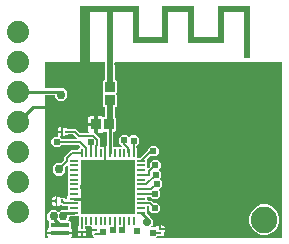
<source format=gbr>
G04 EAGLE Gerber X2 export*
%TF.Part,Single*%
%TF.FileFunction,Copper,L1,Top,Mixed*%
%TF.FilePolarity,Positive*%
%TF.GenerationSoftware,Autodesk,EAGLE,9.0.0*%
%TF.CreationDate,2018-06-20T01:15:49Z*%
G75*
%MOMM*%
%FSLAX34Y34*%
%LPD*%
%AMOC8*
5,1,8,0,0,1.08239X$1,22.5*%
G01*
%ADD10R,0.254000X0.177800*%
%ADD11R,0.850000X0.900000*%
%ADD12R,0.177800X0.254000*%
%ADD13R,0.250000X0.300000*%
%ADD14R,1.600000X0.350000*%
%ADD15C,1.879600*%
%ADD16R,0.900000X0.850000*%
%ADD17R,0.230000X0.680000*%
%ADD18R,4.600000X4.600000*%
%ADD19R,0.680000X0.230000*%
%ADD20R,0.900000X0.500000*%
%ADD21R,0.500000X0.500000*%
%ADD22C,0.152400*%
%ADD23C,0.609600*%
%ADD24C,0.254000*%
%ADD25C,0.517000*%
%ADD26C,0.660400*%
%ADD27C,0.203200*%
%ADD28C,2.250000*%
%ADD29C,0.756400*%
%ADD30C,0.706400*%

G36*
X199336Y-758D02*
X199336Y-758D01*
X199355Y-760D01*
X199457Y-738D01*
X199559Y-722D01*
X199576Y-712D01*
X199596Y-708D01*
X199685Y-655D01*
X199776Y-606D01*
X199790Y-592D01*
X199807Y-582D01*
X199874Y-503D01*
X199946Y-428D01*
X199954Y-410D01*
X199967Y-395D01*
X200006Y-299D01*
X200049Y-205D01*
X200051Y-185D01*
X200059Y-167D01*
X200077Y0D01*
X200077Y147500D01*
X200074Y147520D01*
X200076Y147539D01*
X200054Y147641D01*
X200038Y147743D01*
X200028Y147760D01*
X200024Y147780D01*
X199971Y147869D01*
X199922Y147960D01*
X199908Y147974D01*
X199898Y147991D01*
X199819Y148058D01*
X199744Y148130D01*
X199726Y148138D01*
X199711Y148151D01*
X199615Y148190D01*
X199521Y148233D01*
X199501Y148235D01*
X199483Y148243D01*
X199316Y148261D01*
X58786Y148261D01*
X58766Y148258D01*
X58747Y148260D01*
X58645Y148238D01*
X58543Y148222D01*
X58526Y148212D01*
X58506Y148208D01*
X58417Y148155D01*
X58326Y148106D01*
X58312Y148092D01*
X58295Y148082D01*
X58228Y148003D01*
X58156Y147928D01*
X58148Y147910D01*
X58135Y147895D01*
X58096Y147799D01*
X58053Y147705D01*
X58051Y147685D01*
X58043Y147667D01*
X58025Y147500D01*
X58025Y146603D01*
X58039Y146513D01*
X58047Y146422D01*
X58059Y146392D01*
X58064Y146360D01*
X58107Y146279D01*
X58143Y146195D01*
X58169Y146163D01*
X58180Y146143D01*
X58201Y146122D01*
X58201Y134088D01*
X58204Y134068D01*
X58202Y134048D01*
X58224Y133947D01*
X58241Y133845D01*
X58250Y133827D01*
X58254Y133808D01*
X58308Y133719D01*
X58356Y133628D01*
X58370Y133614D01*
X58381Y133597D01*
X58459Y133529D01*
X58534Y133458D01*
X58552Y133450D01*
X58568Y133437D01*
X58664Y133398D01*
X58757Y133355D01*
X58777Y133352D01*
X58796Y133345D01*
X58962Y133327D01*
X59223Y133327D01*
X60116Y132433D01*
X60116Y122670D01*
X59736Y122290D01*
X59724Y122274D01*
X59709Y122261D01*
X59653Y122174D01*
X59593Y122090D01*
X59587Y122071D01*
X59576Y122054D01*
X59551Y121954D01*
X59520Y121855D01*
X59521Y121835D01*
X59516Y121816D01*
X59524Y121713D01*
X59527Y121609D01*
X59533Y121591D01*
X59535Y121571D01*
X59575Y121476D01*
X59611Y121378D01*
X59623Y121363D01*
X59631Y121344D01*
X59736Y121213D01*
X60116Y120833D01*
X60116Y111070D01*
X59223Y110177D01*
X58962Y110177D01*
X58943Y110174D01*
X58923Y110176D01*
X58822Y110154D01*
X58720Y110137D01*
X58702Y110128D01*
X58683Y110124D01*
X58594Y110071D01*
X58502Y110022D01*
X58489Y110008D01*
X58472Y109998D01*
X58404Y109919D01*
X58333Y109844D01*
X58325Y109826D01*
X58312Y109811D01*
X58273Y109714D01*
X58229Y109621D01*
X58227Y109601D01*
X58220Y109583D01*
X58201Y109416D01*
X58201Y102349D01*
X58204Y102329D01*
X58202Y102310D01*
X58224Y102208D01*
X58241Y102106D01*
X58250Y102089D01*
X58254Y102069D01*
X58308Y101980D01*
X58356Y101889D01*
X58370Y101875D01*
X58381Y101858D01*
X58459Y101791D01*
X58534Y101720D01*
X58552Y101711D01*
X58568Y101698D01*
X58579Y101694D01*
X59578Y100695D01*
X59578Y90432D01*
X58685Y89538D01*
X57922Y89538D01*
X57902Y89535D01*
X57883Y89537D01*
X57781Y89515D01*
X57679Y89499D01*
X57662Y89489D01*
X57642Y89485D01*
X57553Y89432D01*
X57462Y89384D01*
X57448Y89369D01*
X57431Y89359D01*
X57364Y89280D01*
X57293Y89205D01*
X57284Y89187D01*
X57271Y89172D01*
X57233Y89076D01*
X57189Y88982D01*
X57187Y88962D01*
X57179Y88944D01*
X57161Y88777D01*
X57161Y77067D01*
X57164Y77047D01*
X57162Y77027D01*
X57184Y76926D01*
X57201Y76824D01*
X57210Y76807D01*
X57214Y76787D01*
X57267Y76698D01*
X57316Y76607D01*
X57330Y76593D01*
X57340Y76576D01*
X57419Y76509D01*
X57494Y76437D01*
X57512Y76429D01*
X57527Y76416D01*
X57624Y76377D01*
X57717Y76334D01*
X57737Y76332D01*
X57755Y76324D01*
X57922Y76306D01*
X63913Y76306D01*
X63983Y76317D01*
X64055Y76319D01*
X64104Y76337D01*
X64155Y76345D01*
X64219Y76379D01*
X64286Y76403D01*
X64327Y76436D01*
X64373Y76460D01*
X64422Y76512D01*
X64478Y76557D01*
X64506Y76601D01*
X64542Y76639D01*
X64572Y76704D01*
X64611Y76764D01*
X64624Y76815D01*
X64646Y76862D01*
X64654Y76933D01*
X64671Y77003D01*
X64667Y77055D01*
X64673Y77106D01*
X64658Y77176D01*
X64652Y77248D01*
X64632Y77296D01*
X64621Y77347D01*
X64584Y77408D01*
X64556Y77474D01*
X64511Y77530D01*
X64494Y77558D01*
X64477Y77573D01*
X64451Y77605D01*
X61923Y80133D01*
X61923Y83921D01*
X64601Y86600D01*
X68390Y86600D01*
X70076Y84914D01*
X70092Y84902D01*
X70105Y84886D01*
X70192Y84830D01*
X70276Y84770D01*
X70295Y84764D01*
X70312Y84753D01*
X70412Y84728D01*
X70511Y84698D01*
X70531Y84698D01*
X70550Y84693D01*
X70653Y84701D01*
X70757Y84704D01*
X70776Y84711D01*
X70795Y84712D01*
X70890Y84753D01*
X70988Y84788D01*
X71003Y84801D01*
X71022Y84809D01*
X71153Y84914D01*
X72492Y86253D01*
X76280Y86253D01*
X78959Y83574D01*
X78959Y79786D01*
X76876Y77703D01*
X76823Y77629D01*
X76763Y77560D01*
X76751Y77530D01*
X76732Y77503D01*
X76706Y77416D01*
X76671Y77332D01*
X76667Y77291D01*
X76660Y77268D01*
X76661Y77236D01*
X76653Y77165D01*
X76653Y76116D01*
X76656Y76100D01*
X76654Y76086D01*
X76668Y76021D01*
X76675Y75935D01*
X76687Y75905D01*
X76693Y75873D01*
X76705Y75849D01*
X76706Y75845D01*
X76716Y75828D01*
X76735Y75792D01*
X76771Y75708D01*
X76797Y75676D01*
X76808Y75656D01*
X76831Y75633D01*
X76876Y75577D01*
X77041Y75412D01*
X77041Y68217D01*
X77044Y68197D01*
X77042Y68177D01*
X77064Y68076D01*
X77081Y67974D01*
X77090Y67957D01*
X77094Y67937D01*
X77147Y67848D01*
X77196Y67757D01*
X77210Y67743D01*
X77220Y67726D01*
X77299Y67659D01*
X77374Y67587D01*
X77392Y67579D01*
X77407Y67566D01*
X77504Y67527D01*
X77597Y67484D01*
X77617Y67482D01*
X77635Y67474D01*
X77802Y67456D01*
X80092Y67456D01*
X80182Y67470D01*
X80273Y67477D01*
X80302Y67490D01*
X80334Y67495D01*
X80415Y67538D01*
X80499Y67574D01*
X80531Y67599D01*
X80552Y67610D01*
X80574Y67634D01*
X80630Y67679D01*
X86171Y73219D01*
X86224Y73293D01*
X86283Y73363D01*
X86295Y73393D01*
X86314Y73419D01*
X86341Y73506D01*
X86375Y73591D01*
X86380Y73632D01*
X86386Y73654D01*
X86386Y73686D01*
X86394Y73757D01*
X86394Y74892D01*
X89072Y77570D01*
X92860Y77570D01*
X95539Y74892D01*
X95539Y71104D01*
X92860Y68425D01*
X89072Y68425D01*
X88996Y68501D01*
X88980Y68512D01*
X88968Y68528D01*
X88880Y68584D01*
X88797Y68644D01*
X88778Y68650D01*
X88761Y68661D01*
X88660Y68686D01*
X88562Y68717D01*
X88542Y68716D01*
X88522Y68721D01*
X88419Y68713D01*
X88316Y68710D01*
X88297Y68703D01*
X88277Y68702D01*
X88182Y68661D01*
X88085Y68626D01*
X88069Y68613D01*
X88051Y68605D01*
X87920Y68501D01*
X86114Y66695D01*
X86061Y66621D01*
X86001Y66551D01*
X85989Y66521D01*
X85970Y66495D01*
X85944Y66408D01*
X85909Y66323D01*
X85905Y66282D01*
X85898Y66260D01*
X85899Y66228D01*
X85891Y66156D01*
X85891Y59569D01*
X85902Y59499D01*
X85904Y59427D01*
X85922Y59378D01*
X85931Y59327D01*
X85964Y59263D01*
X85989Y59196D01*
X86021Y59155D01*
X86046Y59109D01*
X86098Y59060D01*
X86143Y59004D01*
X86186Y58976D01*
X86224Y58940D01*
X86289Y58910D01*
X86349Y58871D01*
X86400Y58858D01*
X86447Y58836D01*
X86518Y58828D01*
X86588Y58811D01*
X86640Y58815D01*
X86692Y58809D01*
X86762Y58824D01*
X86833Y58830D01*
X86881Y58850D01*
X86932Y58861D01*
X86994Y58898D01*
X87060Y58926D01*
X87116Y58971D01*
X87143Y58988D01*
X87158Y59005D01*
X87190Y59031D01*
X87819Y59660D01*
X87873Y59734D01*
X87932Y59803D01*
X87944Y59833D01*
X87963Y59860D01*
X87990Y59947D01*
X88024Y60032D01*
X88028Y60073D01*
X88035Y60095D01*
X88034Y60127D01*
X88042Y60198D01*
X88042Y63116D01*
X90721Y65794D01*
X94509Y65794D01*
X97188Y63116D01*
X97188Y59328D01*
X95848Y57988D01*
X95837Y57972D01*
X95821Y57960D01*
X95765Y57872D01*
X95705Y57789D01*
X95699Y57770D01*
X95688Y57753D01*
X95663Y57652D01*
X95632Y57553D01*
X95633Y57534D01*
X95628Y57514D01*
X95636Y57411D01*
X95639Y57308D01*
X95646Y57289D01*
X95647Y57269D01*
X95688Y57174D01*
X95723Y57077D01*
X95736Y57061D01*
X95744Y57043D01*
X95848Y56912D01*
X97775Y54985D01*
X97775Y51197D01*
X96638Y50060D01*
X96627Y50044D01*
X96611Y50031D01*
X96555Y49944D01*
X96495Y49860D01*
X96489Y49841D01*
X96478Y49824D01*
X96453Y49724D01*
X96422Y49625D01*
X96423Y49605D01*
X96418Y49586D01*
X96426Y49483D01*
X96429Y49379D01*
X96436Y49360D01*
X96437Y49341D01*
X96478Y49246D01*
X96513Y49148D01*
X96526Y49133D01*
X96534Y49114D01*
X96638Y48983D01*
X98257Y47365D01*
X98257Y43577D01*
X95629Y40949D01*
X95617Y40933D01*
X95602Y40920D01*
X95546Y40833D01*
X95485Y40749D01*
X95480Y40730D01*
X95469Y40713D01*
X95443Y40613D01*
X95413Y40514D01*
X95414Y40494D01*
X95409Y40475D01*
X95417Y40372D01*
X95419Y40268D01*
X95426Y40249D01*
X95428Y40229D01*
X95468Y40134D01*
X95504Y40037D01*
X95516Y40021D01*
X95524Y40003D01*
X95629Y39872D01*
X96968Y38533D01*
X96968Y34745D01*
X94290Y32066D01*
X90501Y32066D01*
X88438Y34129D01*
X88364Y34182D01*
X88295Y34242D01*
X88265Y34254D01*
X88239Y34273D01*
X88152Y34299D01*
X88067Y34333D01*
X88026Y34338D01*
X88004Y34345D01*
X87971Y34344D01*
X87900Y34352D01*
X86652Y34352D01*
X86632Y34349D01*
X86613Y34351D01*
X86511Y34329D01*
X86409Y34312D01*
X86392Y34303D01*
X86372Y34299D01*
X86283Y34245D01*
X86192Y34197D01*
X86178Y34183D01*
X86161Y34172D01*
X86094Y34094D01*
X86023Y34019D01*
X86014Y34001D01*
X86001Y33986D01*
X85963Y33889D01*
X85919Y33796D01*
X85917Y33776D01*
X85909Y33757D01*
X85891Y33591D01*
X85891Y31829D01*
X85894Y31809D01*
X85892Y31789D01*
X85914Y31688D01*
X85931Y31586D01*
X85940Y31569D01*
X85944Y31549D01*
X85997Y31460D01*
X86046Y31369D01*
X86060Y31355D01*
X86070Y31338D01*
X86149Y31271D01*
X86224Y31199D01*
X86242Y31191D01*
X86257Y31178D01*
X86354Y31139D01*
X86447Y31096D01*
X86467Y31094D01*
X86485Y31086D01*
X86652Y31068D01*
X89091Y31068D01*
X90521Y29637D01*
X90595Y29584D01*
X90665Y29524D01*
X90695Y29512D01*
X90721Y29493D01*
X90808Y29466D01*
X90893Y29432D01*
X90934Y29428D01*
X90956Y29421D01*
X90988Y29422D01*
X91060Y29414D01*
X93977Y29414D01*
X96656Y26735D01*
X96656Y22947D01*
X93977Y20268D01*
X90189Y20268D01*
X87510Y22947D01*
X87510Y25733D01*
X87507Y25753D01*
X87509Y25772D01*
X87487Y25874D01*
X87471Y25976D01*
X87461Y25993D01*
X87457Y26013D01*
X87404Y26102D01*
X87356Y26193D01*
X87341Y26207D01*
X87331Y26224D01*
X87252Y26291D01*
X87177Y26362D01*
X87159Y26371D01*
X87144Y26384D01*
X87048Y26422D01*
X86954Y26466D01*
X86934Y26468D01*
X86916Y26476D01*
X86749Y26494D01*
X86652Y26494D01*
X86632Y26491D01*
X86613Y26493D01*
X86511Y26471D01*
X86409Y26454D01*
X86392Y26445D01*
X86372Y26441D01*
X86283Y26388D01*
X86192Y26339D01*
X86178Y26325D01*
X86161Y26315D01*
X86094Y26236D01*
X86023Y26161D01*
X86014Y26143D01*
X86001Y26128D01*
X85963Y26032D01*
X85919Y25938D01*
X85917Y25918D01*
X85909Y25900D01*
X85891Y25733D01*
X85891Y20124D01*
X85906Y20034D01*
X85913Y19943D01*
X85925Y19913D01*
X85931Y19881D01*
X85973Y19800D01*
X86009Y19716D01*
X86035Y19684D01*
X86046Y19664D01*
X86069Y19641D01*
X86114Y19586D01*
X88288Y17411D01*
X88288Y17368D01*
X88303Y17278D01*
X88310Y17187D01*
X88322Y17157D01*
X88328Y17125D01*
X88370Y17045D01*
X88406Y16961D01*
X88432Y16929D01*
X88443Y16908D01*
X88466Y16886D01*
X88511Y16830D01*
X90550Y14791D01*
X90550Y10602D01*
X89643Y9694D01*
X89601Y9636D01*
X89551Y9584D01*
X89529Y9537D01*
X89499Y9495D01*
X89478Y9426D01*
X89448Y9361D01*
X89442Y9309D01*
X89427Y9259D01*
X89429Y9188D01*
X89421Y9117D01*
X89432Y9066D01*
X89433Y9014D01*
X89458Y8946D01*
X89473Y8876D01*
X89500Y8832D01*
X89517Y8783D01*
X89562Y8727D01*
X89599Y8665D01*
X89639Y8631D01*
X89671Y8591D01*
X89731Y8552D01*
X89786Y8505D01*
X89834Y8486D01*
X89878Y8458D01*
X89948Y8440D01*
X90014Y8413D01*
X90085Y8405D01*
X90117Y8397D01*
X90140Y8399D01*
X90181Y8395D01*
X92736Y8395D01*
X92802Y8406D01*
X92870Y8407D01*
X92923Y8425D01*
X92979Y8435D01*
X93038Y8466D01*
X93102Y8489D01*
X93146Y8523D01*
X93196Y8550D01*
X93242Y8599D01*
X93296Y8640D01*
X93343Y8704D01*
X93365Y8728D01*
X93374Y8747D01*
X93395Y8775D01*
X93616Y9157D01*
X94089Y9630D01*
X94668Y9965D01*
X95314Y10138D01*
X96157Y10138D01*
X96157Y6709D01*
X96160Y6689D01*
X96158Y6669D01*
X96180Y6568D01*
X96197Y6466D01*
X96206Y6448D01*
X96211Y6429D01*
X96264Y6340D01*
X96312Y6249D01*
X96313Y6248D01*
X96327Y6235D01*
X96337Y6218D01*
X96337Y6217D01*
X96416Y6150D01*
X96491Y6079D01*
X96509Y6070D01*
X96524Y6057D01*
X96620Y6019D01*
X96714Y5975D01*
X96734Y5973D01*
X96752Y5965D01*
X96919Y5947D01*
X100729Y5947D01*
X100729Y5485D01*
X100556Y4839D01*
X100222Y4259D01*
X99936Y3974D01*
X99883Y3900D01*
X99824Y3830D01*
X99812Y3800D01*
X99793Y3774D01*
X99766Y3687D01*
X99732Y3602D01*
X99727Y3561D01*
X99720Y3539D01*
X99721Y3507D01*
X99713Y3436D01*
X99713Y1886D01*
X98820Y993D01*
X94958Y993D01*
X94943Y997D01*
X94926Y1008D01*
X94826Y1033D01*
X94727Y1064D01*
X94707Y1063D01*
X94688Y1068D01*
X94585Y1060D01*
X94481Y1057D01*
X94462Y1051D01*
X94443Y1049D01*
X94348Y1009D01*
X94250Y973D01*
X94234Y960D01*
X94216Y953D01*
X94085Y848D01*
X93776Y538D01*
X93734Y480D01*
X93684Y428D01*
X93662Y381D01*
X93632Y339D01*
X93611Y270D01*
X93581Y205D01*
X93575Y153D01*
X93560Y103D01*
X93562Y32D01*
X93554Y-39D01*
X93565Y-90D01*
X93566Y-142D01*
X93591Y-210D01*
X93606Y-280D01*
X93633Y-324D01*
X93651Y-373D01*
X93695Y-429D01*
X93732Y-491D01*
X93772Y-525D01*
X93804Y-565D01*
X93865Y-604D01*
X93919Y-651D01*
X93967Y-670D01*
X94011Y-698D01*
X94081Y-716D01*
X94147Y-743D01*
X94219Y-751D01*
X94250Y-759D01*
X94273Y-757D01*
X94314Y-761D01*
X199316Y-761D01*
X199336Y-758D01*
G37*
G36*
X1269Y-750D02*
X1269Y-750D01*
X1341Y-748D01*
X1390Y-730D01*
X1441Y-722D01*
X1505Y-688D01*
X1572Y-663D01*
X1613Y-631D01*
X1659Y-606D01*
X1708Y-554D01*
X1764Y-509D01*
X1792Y-466D01*
X1828Y-428D01*
X1858Y-363D01*
X1897Y-303D01*
X1910Y-252D01*
X1932Y-205D01*
X1940Y-134D01*
X1957Y-64D01*
X1953Y-12D01*
X1959Y39D01*
X1944Y110D01*
X1938Y181D01*
X1918Y229D01*
X1907Y280D01*
X1870Y342D01*
X1842Y408D01*
X1797Y463D01*
X1780Y491D01*
X1766Y504D01*
X1423Y1097D01*
X1250Y1743D01*
X1250Y2953D01*
X11677Y2953D01*
X11697Y2957D01*
X11717Y2954D01*
X11777Y2967D01*
X11904Y2953D01*
X22331Y2953D01*
X22331Y1743D01*
X22158Y1097D01*
X21801Y479D01*
X21753Y428D01*
X21731Y381D01*
X21701Y339D01*
X21680Y270D01*
X21649Y205D01*
X21644Y153D01*
X21628Y104D01*
X21630Y32D01*
X21622Y-39D01*
X21633Y-90D01*
X21635Y-142D01*
X21659Y-210D01*
X21675Y-280D01*
X21701Y-325D01*
X21719Y-373D01*
X21764Y-429D01*
X21801Y-491D01*
X21840Y-525D01*
X21873Y-565D01*
X21933Y-604D01*
X21988Y-651D01*
X22036Y-670D01*
X22080Y-698D01*
X22149Y-716D01*
X22216Y-743D01*
X22287Y-751D01*
X22318Y-759D01*
X22342Y-757D01*
X22383Y-761D01*
X39804Y-761D01*
X39875Y-750D01*
X39947Y-748D01*
X39996Y-730D01*
X40047Y-722D01*
X40111Y-688D01*
X40178Y-663D01*
X40219Y-631D01*
X40265Y-606D01*
X40314Y-554D01*
X40370Y-510D01*
X40398Y-466D01*
X40434Y-428D01*
X40464Y-363D01*
X40503Y-303D01*
X40516Y-252D01*
X40538Y-205D01*
X40545Y-134D01*
X40563Y-64D01*
X40559Y-12D01*
X40565Y39D01*
X40549Y110D01*
X40544Y181D01*
X40523Y229D01*
X40512Y280D01*
X40476Y341D01*
X40448Y407D01*
X40403Y463D01*
X40386Y491D01*
X40368Y506D01*
X40343Y538D01*
X39542Y1339D01*
X39542Y1444D01*
X39527Y1534D01*
X39520Y1625D01*
X39508Y1654D01*
X39502Y1686D01*
X39460Y1767D01*
X39424Y1851D01*
X39398Y1883D01*
X39387Y1904D01*
X39364Y1926D01*
X39319Y1982D01*
X39282Y2019D01*
X39265Y2079D01*
X39252Y2158D01*
X39232Y2196D01*
X39220Y2238D01*
X39188Y2290D01*
X39284Y3044D01*
X39284Y3060D01*
X39288Y3076D01*
X39280Y3183D01*
X39276Y3290D01*
X39270Y3305D01*
X39269Y3321D01*
X39227Y3420D01*
X39189Y3520D01*
X39179Y3533D01*
X39172Y3548D01*
X39068Y3679D01*
X39034Y3712D01*
X38699Y4292D01*
X38526Y4938D01*
X38526Y5400D01*
X42337Y5400D01*
X42356Y5403D01*
X42376Y5401D01*
X42477Y5423D01*
X42579Y5440D01*
X42597Y5449D01*
X42616Y5453D01*
X42705Y5506D01*
X42797Y5555D01*
X42810Y5569D01*
X42827Y5579D01*
X42895Y5658D01*
X42966Y5733D01*
X42974Y5751D01*
X42987Y5766D01*
X43026Y5863D01*
X43070Y5956D01*
X43072Y5976D01*
X43079Y5995D01*
X43098Y6161D01*
X43098Y6162D01*
X43095Y6181D01*
X43097Y6201D01*
X43075Y6302D01*
X43058Y6404D01*
X43049Y6422D01*
X43045Y6441D01*
X42991Y6530D01*
X42943Y6622D01*
X42929Y6635D01*
X42918Y6652D01*
X42840Y6720D01*
X42765Y6791D01*
X42747Y6799D01*
X42731Y6812D01*
X42635Y6851D01*
X42542Y6895D01*
X42522Y6897D01*
X42503Y6904D01*
X42337Y6923D01*
X38526Y6923D01*
X38526Y7385D01*
X38699Y8031D01*
X38747Y8114D01*
X38781Y8203D01*
X38821Y8290D01*
X38824Y8318D01*
X38834Y8344D01*
X38838Y8440D01*
X38848Y8534D01*
X38842Y8562D01*
X38843Y8590D01*
X38816Y8681D01*
X38796Y8775D01*
X38782Y8799D01*
X38774Y8826D01*
X38719Y8904D01*
X38670Y8986D01*
X38648Y9004D01*
X38632Y9027D01*
X38555Y9084D01*
X38483Y9146D01*
X38457Y9156D01*
X38434Y9173D01*
X38343Y9202D01*
X38255Y9238D01*
X38219Y9242D01*
X38200Y9248D01*
X38167Y9247D01*
X38088Y9256D01*
X33847Y9256D01*
X33827Y9253D01*
X33807Y9255D01*
X33706Y9233D01*
X33604Y9216D01*
X33586Y9207D01*
X33567Y9203D01*
X33478Y9150D01*
X33387Y9101D01*
X33373Y9087D01*
X33356Y9077D01*
X33288Y8998D01*
X33217Y8923D01*
X33209Y8905D01*
X33196Y8890D01*
X33157Y8794D01*
X33114Y8700D01*
X33111Y8680D01*
X33104Y8662D01*
X33085Y8495D01*
X33085Y7674D01*
X33100Y7584D01*
X33107Y7493D01*
X33120Y7463D01*
X33125Y7431D01*
X33168Y7350D01*
X33204Y7267D01*
X33229Y7234D01*
X33240Y7214D01*
X33264Y7192D01*
X33308Y7136D01*
X33594Y6850D01*
X33928Y6271D01*
X34101Y5625D01*
X34101Y5163D01*
X30291Y5163D01*
X30291Y5162D01*
X30290Y5163D01*
X26480Y5163D01*
X26480Y5625D01*
X26653Y6271D01*
X26988Y6850D01*
X27273Y7136D01*
X27326Y7210D01*
X27386Y7279D01*
X27398Y7309D01*
X27417Y7335D01*
X27443Y7422D01*
X27478Y7507D01*
X27482Y7548D01*
X27489Y7570D01*
X27488Y7603D01*
X27496Y7674D01*
X27496Y9224D01*
X27518Y9246D01*
X27530Y9262D01*
X27545Y9275D01*
X27601Y9362D01*
X27662Y9446D01*
X27668Y9465D01*
X27678Y9481D01*
X27704Y9582D01*
X27734Y9681D01*
X27734Y9701D01*
X27738Y9720D01*
X27730Y9823D01*
X27728Y9927D01*
X27721Y9945D01*
X27719Y9965D01*
X27691Y10031D01*
X27691Y17345D01*
X27688Y17365D01*
X27690Y17384D01*
X27668Y17486D01*
X27652Y17588D01*
X27642Y17605D01*
X27638Y17625D01*
X27585Y17714D01*
X27537Y17805D01*
X27522Y17819D01*
X27512Y17836D01*
X27433Y17903D01*
X27358Y17974D01*
X27340Y17983D01*
X27325Y17996D01*
X27229Y18034D01*
X27135Y18078D01*
X27115Y18080D01*
X27097Y18088D01*
X26930Y18106D01*
X25403Y18106D01*
X25304Y18090D01*
X25205Y18080D01*
X25183Y18070D01*
X25160Y18066D01*
X25072Y18020D01*
X25064Y18016D01*
X20701Y17913D01*
X20691Y17911D01*
X20680Y17912D01*
X20570Y17888D01*
X20460Y17867D01*
X20450Y17862D01*
X20440Y17860D01*
X20343Y17802D01*
X20245Y17747D01*
X20238Y17739D01*
X20228Y17734D01*
X20155Y17648D01*
X20080Y17565D01*
X20076Y17555D01*
X20069Y17547D01*
X20026Y17442D01*
X19982Y17339D01*
X19981Y17329D01*
X19977Y17319D01*
X19958Y17152D01*
X19958Y15737D01*
X19123Y14902D01*
X19082Y14844D01*
X19032Y14792D01*
X19010Y14744D01*
X18980Y14702D01*
X18959Y14634D01*
X18929Y14569D01*
X18923Y14517D01*
X18907Y14467D01*
X18909Y14395D01*
X18901Y14324D01*
X18912Y14273D01*
X18914Y14221D01*
X18938Y14154D01*
X18954Y14084D01*
X18980Y14039D01*
X18998Y13990D01*
X19043Y13934D01*
X19080Y13873D01*
X19119Y13839D01*
X19152Y13798D01*
X19212Y13759D01*
X19267Y13713D01*
X19315Y13693D01*
X19359Y13665D01*
X19428Y13648D01*
X19495Y13621D01*
X19566Y13613D01*
X19597Y13605D01*
X19621Y13607D01*
X19662Y13602D01*
X20422Y13602D01*
X21315Y12709D01*
X21315Y7961D01*
X21330Y7871D01*
X21337Y7780D01*
X21350Y7751D01*
X21355Y7719D01*
X21398Y7638D01*
X21433Y7554D01*
X21459Y7522D01*
X21470Y7501D01*
X21494Y7479D01*
X21538Y7423D01*
X21824Y7138D01*
X22158Y6558D01*
X22331Y5912D01*
X22331Y4702D01*
X11904Y4702D01*
X11884Y4699D01*
X11864Y4701D01*
X11804Y4688D01*
X11677Y4702D01*
X1250Y4702D01*
X1250Y5912D01*
X1423Y6558D01*
X1757Y7138D01*
X2043Y7423D01*
X2096Y7497D01*
X2155Y7567D01*
X2168Y7597D01*
X2186Y7623D01*
X2213Y7710D01*
X2247Y7795D01*
X2252Y7836D01*
X2259Y7858D01*
X2258Y7890D01*
X2266Y7961D01*
X2266Y12709D01*
X2594Y13037D01*
X2606Y13054D01*
X2621Y13066D01*
X2677Y13153D01*
X2738Y13237D01*
X2743Y13256D01*
X2754Y13273D01*
X2780Y13373D01*
X2810Y13472D01*
X2809Y13492D01*
X2814Y13511D01*
X2806Y13614D01*
X2804Y13718D01*
X2797Y13737D01*
X2795Y13757D01*
X2755Y13852D01*
X2719Y13949D01*
X2707Y13965D01*
X2699Y13983D01*
X2594Y14114D01*
X1278Y15430D01*
X1278Y19826D01*
X4387Y22935D01*
X8783Y22935D01*
X9926Y21791D01*
X9943Y21780D01*
X9955Y21764D01*
X10042Y21708D01*
X10126Y21648D01*
X10145Y21642D01*
X10162Y21631D01*
X10262Y21606D01*
X10361Y21575D01*
X10381Y21576D01*
X10401Y21571D01*
X10503Y21579D01*
X10607Y21582D01*
X10626Y21589D01*
X10646Y21590D01*
X10741Y21631D01*
X10838Y21666D01*
X10854Y21679D01*
X10872Y21686D01*
X11003Y21791D01*
X12453Y23242D01*
X15675Y23242D01*
X15774Y23258D01*
X15873Y23268D01*
X15894Y23278D01*
X15917Y23281D01*
X16006Y23328D01*
X16097Y23370D01*
X16119Y23388D01*
X16135Y23396D01*
X16157Y23420D01*
X16169Y23430D01*
X17335Y23425D01*
X17343Y23426D01*
X17356Y23425D01*
X18098Y23442D01*
X18109Y23444D01*
X18120Y23443D01*
X18230Y23467D01*
X18340Y23488D01*
X18349Y23493D01*
X18360Y23495D01*
X18457Y23553D01*
X18555Y23608D01*
X18562Y23616D01*
X18571Y23622D01*
X18644Y23707D01*
X18720Y23790D01*
X18724Y23800D01*
X18731Y23809D01*
X18773Y23913D01*
X18818Y24016D01*
X18819Y24027D01*
X18823Y24037D01*
X18841Y24203D01*
X18841Y25733D01*
X18838Y25753D01*
X18840Y25772D01*
X18818Y25874D01*
X18802Y25976D01*
X18792Y25993D01*
X18788Y26013D01*
X18735Y26102D01*
X18687Y26193D01*
X18672Y26207D01*
X18662Y26224D01*
X18583Y26291D01*
X18508Y26362D01*
X18490Y26371D01*
X18475Y26384D01*
X18379Y26422D01*
X18285Y26466D01*
X18265Y26468D01*
X18247Y26476D01*
X18080Y26494D01*
X14780Y26494D01*
X13954Y27320D01*
X13880Y27374D01*
X13810Y27433D01*
X13780Y27445D01*
X13754Y27464D01*
X13667Y27491D01*
X13582Y27525D01*
X13541Y27529D01*
X13519Y27536D01*
X13487Y27536D01*
X13415Y27543D01*
X12574Y27543D01*
X12483Y27529D01*
X12393Y27522D01*
X12363Y27509D01*
X12331Y27504D01*
X12250Y27461D01*
X12166Y27425D01*
X12134Y27400D01*
X12113Y27389D01*
X12091Y27365D01*
X12035Y27320D01*
X11750Y27035D01*
X11171Y26701D01*
X10524Y26527D01*
X9701Y26527D01*
X9701Y30568D01*
X9701Y34609D01*
X10524Y34609D01*
X11171Y34436D01*
X11750Y34101D01*
X12035Y33816D01*
X12109Y33763D01*
X12179Y33703D01*
X12209Y33691D01*
X12235Y33672D01*
X12322Y33646D01*
X12407Y33611D01*
X12448Y33607D01*
X12470Y33600D01*
X12502Y33601D01*
X12574Y33593D01*
X15821Y33593D01*
X16526Y32888D01*
X16584Y32846D01*
X16636Y32797D01*
X16683Y32775D01*
X16726Y32745D01*
X16794Y32724D01*
X16859Y32693D01*
X16911Y32688D01*
X16961Y32672D01*
X17032Y32674D01*
X17104Y32666D01*
X17155Y32677D01*
X17207Y32679D01*
X17274Y32703D01*
X17344Y32719D01*
X17389Y32745D01*
X17438Y32763D01*
X17494Y32808D01*
X17555Y32845D01*
X17589Y32884D01*
X17630Y32917D01*
X17668Y32977D01*
X17715Y33032D01*
X17735Y33080D01*
X17763Y33124D01*
X17780Y33193D01*
X17807Y33260D01*
X17815Y33331D01*
X17823Y33362D01*
X17821Y33386D01*
X17825Y33427D01*
X17825Y34265D01*
X17999Y34912D01*
X18333Y35491D01*
X18618Y35776D01*
X18672Y35850D01*
X18731Y35920D01*
X18743Y35950D01*
X18762Y35976D01*
X18789Y36063D01*
X18823Y36148D01*
X18828Y36189D01*
X18834Y36211D01*
X18834Y36243D01*
X18841Y36315D01*
X18841Y59807D01*
X18830Y59878D01*
X18828Y59950D01*
X18810Y59999D01*
X18802Y60050D01*
X18768Y60114D01*
X18744Y60181D01*
X18711Y60222D01*
X18687Y60268D01*
X18635Y60317D01*
X18590Y60373D01*
X18546Y60401D01*
X18508Y60437D01*
X18443Y60467D01*
X18383Y60506D01*
X18332Y60519D01*
X18285Y60541D01*
X18214Y60548D01*
X18144Y60566D01*
X18092Y60562D01*
X18041Y60568D01*
X17971Y60552D01*
X17899Y60547D01*
X17851Y60527D01*
X17800Y60515D01*
X17739Y60479D01*
X17673Y60451D01*
X17617Y60406D01*
X17589Y60389D01*
X17574Y60371D01*
X17542Y60346D01*
X16530Y59333D01*
X16477Y59259D01*
X16417Y59190D01*
X16405Y59160D01*
X16386Y59134D01*
X16359Y59047D01*
X16325Y58962D01*
X16321Y58921D01*
X16314Y58899D01*
X16315Y58866D01*
X16307Y58795D01*
X16307Y55199D01*
X13198Y52090D01*
X8802Y52090D01*
X5693Y55199D01*
X5693Y59595D01*
X8802Y62704D01*
X12398Y62704D01*
X12488Y62718D01*
X12579Y62726D01*
X12609Y62738D01*
X12641Y62743D01*
X12722Y62786D01*
X12806Y62822D01*
X12838Y62848D01*
X12858Y62858D01*
X12881Y62882D01*
X12937Y62927D01*
X15063Y65053D01*
X15116Y65127D01*
X15175Y65196D01*
X15187Y65226D01*
X15206Y65252D01*
X15233Y65339D01*
X15267Y65424D01*
X15272Y65465D01*
X15278Y65487D01*
X15278Y65520D01*
X15285Y65591D01*
X15285Y68035D01*
X21172Y73922D01*
X26930Y73922D01*
X26950Y73925D01*
X26970Y73923D01*
X27071Y73945D01*
X27173Y73961D01*
X27191Y73971D01*
X27210Y73975D01*
X27299Y74028D01*
X27390Y74076D01*
X27404Y74091D01*
X27421Y74101D01*
X27488Y74180D01*
X27560Y74255D01*
X27568Y74273D01*
X27581Y74288D01*
X27620Y74384D01*
X27663Y74478D01*
X27666Y74498D01*
X27673Y74516D01*
X27691Y74683D01*
X27691Y75412D01*
X28749Y76470D01*
X28761Y76486D01*
X28776Y76499D01*
X28832Y76586D01*
X28893Y76670D01*
X28899Y76689D01*
X28909Y76706D01*
X28935Y76806D01*
X28965Y76905D01*
X28965Y76925D01*
X28969Y76944D01*
X28961Y77047D01*
X28959Y77151D01*
X28952Y77170D01*
X28950Y77189D01*
X28910Y77285D01*
X28874Y77382D01*
X28862Y77397D01*
X28854Y77416D01*
X28749Y77547D01*
X28174Y78122D01*
X28099Y78176D01*
X28030Y78235D01*
X28000Y78247D01*
X27974Y78266D01*
X27887Y78293D01*
X27802Y78327D01*
X27761Y78331D01*
X27739Y78338D01*
X27707Y78337D01*
X27635Y78345D01*
X13807Y78345D01*
X13717Y78331D01*
X13626Y78324D01*
X13596Y78311D01*
X13564Y78306D01*
X13484Y78263D01*
X13400Y78227D01*
X13368Y78202D01*
X13347Y78191D01*
X13325Y78167D01*
X13269Y78122D01*
X11206Y76059D01*
X7418Y76059D01*
X4739Y78738D01*
X4739Y82526D01*
X7418Y85205D01*
X9853Y85205D01*
X9924Y85216D01*
X9995Y85218D01*
X10044Y85236D01*
X10095Y85245D01*
X10159Y85278D01*
X10226Y85303D01*
X10267Y85335D01*
X10313Y85360D01*
X10362Y85412D01*
X10418Y85457D01*
X10446Y85500D01*
X10482Y85538D01*
X10512Y85603D01*
X10551Y85664D01*
X10564Y85714D01*
X10586Y85761D01*
X10594Y85832D01*
X10611Y85902D01*
X10607Y85954D01*
X10613Y86006D01*
X10598Y86076D01*
X10592Y86147D01*
X10572Y86195D01*
X10561Y86246D01*
X10524Y86308D01*
X10496Y86374D01*
X10451Y86429D01*
X10434Y86457D01*
X10419Y86470D01*
X10076Y87064D01*
X9903Y87710D01*
X9903Y88553D01*
X12571Y88553D01*
X12571Y85479D01*
X12553Y85473D01*
X12502Y85464D01*
X12438Y85431D01*
X12371Y85406D01*
X12330Y85374D01*
X12284Y85349D01*
X12235Y85297D01*
X12179Y85252D01*
X12151Y85209D01*
X12115Y85171D01*
X12085Y85106D01*
X12046Y85045D01*
X12033Y84995D01*
X12011Y84948D01*
X12003Y84877D01*
X11986Y84807D01*
X11990Y84755D01*
X11984Y84703D01*
X12000Y84633D01*
X12005Y84562D01*
X12025Y84514D01*
X12037Y84463D01*
X12073Y84401D01*
X12101Y84335D01*
X12146Y84279D01*
X12163Y84252D01*
X12181Y84237D01*
X12206Y84204D01*
X13269Y83142D01*
X13343Y83089D01*
X13412Y83029D01*
X13442Y83017D01*
X13469Y82998D01*
X13556Y82971D01*
X13640Y82937D01*
X13681Y82933D01*
X13704Y82926D01*
X13736Y82927D01*
X13807Y82919D01*
X25756Y82919D01*
X25827Y82930D01*
X25899Y82932D01*
X25948Y82950D01*
X25999Y82959D01*
X26063Y82992D01*
X26130Y83017D01*
X26171Y83049D01*
X26217Y83074D01*
X26266Y83126D01*
X26322Y83170D01*
X26350Y83214D01*
X26386Y83252D01*
X26416Y83317D01*
X26455Y83377D01*
X26468Y83428D01*
X26490Y83475D01*
X26497Y83546D01*
X26515Y83616D01*
X26511Y83668D01*
X26517Y83720D01*
X26501Y83790D01*
X26496Y83861D01*
X26476Y83909D01*
X26464Y83960D01*
X26428Y84022D01*
X26400Y84087D01*
X26355Y84143D01*
X26338Y84171D01*
X26320Y84186D01*
X26295Y84218D01*
X25428Y85085D01*
X23708Y86805D01*
X23634Y86858D01*
X23565Y86918D01*
X23534Y86930D01*
X23508Y86949D01*
X23421Y86975D01*
X23336Y87010D01*
X23296Y87014D01*
X23273Y87021D01*
X23241Y87020D01*
X23170Y87028D01*
X18979Y87028D01*
X18888Y87013D01*
X18798Y87006D01*
X18768Y86994D01*
X18736Y86988D01*
X18655Y86946D01*
X18571Y86910D01*
X18539Y86884D01*
X18518Y86873D01*
X18496Y86850D01*
X18440Y86805D01*
X18155Y86520D01*
X16605Y86520D01*
X16515Y86505D01*
X16424Y86498D01*
X16395Y86486D01*
X16363Y86480D01*
X16282Y86438D01*
X16198Y86402D01*
X16166Y86376D01*
X16145Y86365D01*
X16123Y86342D01*
X16067Y86297D01*
X15782Y86012D01*
X15202Y85677D01*
X14556Y85504D01*
X14094Y85504D01*
X14094Y89314D01*
X14094Y89315D01*
X14094Y93125D01*
X14556Y93125D01*
X15202Y92952D01*
X15782Y92618D01*
X16067Y92332D01*
X16141Y92279D01*
X16211Y92220D01*
X16241Y92208D01*
X16267Y92189D01*
X16354Y92162D01*
X16439Y92128D01*
X16480Y92123D01*
X16502Y92117D01*
X16534Y92117D01*
X16605Y92109D01*
X18155Y92109D01*
X18440Y91824D01*
X18514Y91771D01*
X18584Y91712D01*
X18614Y91700D01*
X18640Y91681D01*
X18727Y91654D01*
X18812Y91620D01*
X18853Y91615D01*
X18875Y91609D01*
X18907Y91609D01*
X18979Y91601D01*
X25379Y91601D01*
X28662Y88319D01*
X28736Y88266D01*
X28805Y88207D01*
X28835Y88194D01*
X28862Y88176D01*
X28949Y88149D01*
X29033Y88115D01*
X29074Y88110D01*
X29097Y88103D01*
X29129Y88104D01*
X29200Y88096D01*
X35489Y88096D01*
X35560Y88108D01*
X35632Y88110D01*
X35681Y88127D01*
X35732Y88136D01*
X35796Y88169D01*
X35863Y88194D01*
X35904Y88227D01*
X35950Y88251D01*
X35999Y88303D01*
X36055Y88348D01*
X36083Y88392D01*
X36119Y88429D01*
X36149Y88494D01*
X36188Y88555D01*
X36201Y88605D01*
X36223Y88652D01*
X36230Y88724D01*
X36248Y88793D01*
X36244Y88845D01*
X36250Y88897D01*
X36234Y88967D01*
X36229Y89038D01*
X36208Y89086D01*
X36197Y89137D01*
X36161Y89199D01*
X36133Y89265D01*
X36088Y89321D01*
X36071Y89348D01*
X36053Y89363D01*
X36028Y89396D01*
X35920Y89503D01*
X35586Y90082D01*
X35413Y90729D01*
X35413Y94040D01*
X40680Y94040D01*
X40680Y88857D01*
X40683Y88838D01*
X40681Y88818D01*
X40703Y88717D01*
X40720Y88615D01*
X40729Y88597D01*
X40733Y88578D01*
X40787Y88489D01*
X40835Y88397D01*
X40849Y88384D01*
X40860Y88366D01*
X40938Y88299D01*
X41013Y88228D01*
X41031Y88219D01*
X41047Y88207D01*
X41143Y88168D01*
X41202Y88140D01*
X45710Y83632D01*
X45710Y77067D01*
X45713Y77047D01*
X45711Y77027D01*
X45733Y76926D01*
X45750Y76824D01*
X45759Y76807D01*
X45763Y76787D01*
X45817Y76698D01*
X45865Y76607D01*
X45879Y76593D01*
X45890Y76576D01*
X45968Y76509D01*
X46043Y76437D01*
X46061Y76429D01*
X46076Y76416D01*
X46173Y76377D01*
X46266Y76334D01*
X46286Y76332D01*
X46305Y76324D01*
X46471Y76306D01*
X46832Y76306D01*
X46923Y76320D01*
X47013Y76327D01*
X47043Y76340D01*
X47075Y76345D01*
X47156Y76388D01*
X47240Y76424D01*
X47272Y76449D01*
X47293Y76460D01*
X47315Y76484D01*
X47371Y76529D01*
X47656Y76814D01*
X48235Y77148D01*
X48882Y77322D01*
X49605Y77322D01*
X49605Y71381D01*
X49608Y71361D01*
X49606Y71342D01*
X49628Y71240D01*
X49645Y71138D01*
X49654Y71121D01*
X49658Y71101D01*
X49711Y71012D01*
X49760Y70921D01*
X49774Y70907D01*
X49784Y70890D01*
X49863Y70823D01*
X49938Y70752D01*
X49956Y70743D01*
X49971Y70730D01*
X50067Y70692D01*
X50161Y70648D01*
X50181Y70646D01*
X50199Y70638D01*
X50366Y70620D01*
X50386Y70623D01*
X50405Y70621D01*
X50406Y70621D01*
X50507Y70643D01*
X50609Y70660D01*
X50627Y70669D01*
X50646Y70673D01*
X50735Y70726D01*
X50826Y70775D01*
X50840Y70789D01*
X50857Y70799D01*
X50925Y70878D01*
X50996Y70953D01*
X51004Y70971D01*
X51017Y70986D01*
X51056Y71083D01*
X51099Y71176D01*
X51102Y71196D01*
X51109Y71214D01*
X51128Y71381D01*
X51128Y77397D01*
X51179Y77428D01*
X51270Y77476D01*
X51284Y77491D01*
X51301Y77501D01*
X51368Y77580D01*
X51440Y77655D01*
X51448Y77673D01*
X51461Y77688D01*
X51500Y77784D01*
X51543Y77878D01*
X51546Y77898D01*
X51553Y77916D01*
X51571Y78083D01*
X51571Y88777D01*
X51568Y88797D01*
X51570Y88817D01*
X51548Y88918D01*
X51532Y89020D01*
X51522Y89037D01*
X51518Y89057D01*
X51465Y89146D01*
X51417Y89237D01*
X51402Y89251D01*
X51392Y89268D01*
X51313Y89335D01*
X51238Y89407D01*
X51220Y89415D01*
X51205Y89428D01*
X51109Y89467D01*
X51015Y89510D01*
X50995Y89512D01*
X50977Y89520D01*
X50810Y89538D01*
X48837Y89538D01*
X48747Y89524D01*
X48656Y89517D01*
X48626Y89504D01*
X48594Y89499D01*
X48514Y89456D01*
X48430Y89420D01*
X48398Y89395D01*
X48377Y89384D01*
X48355Y89360D01*
X48299Y89315D01*
X48013Y89030D01*
X47434Y88696D01*
X46788Y88522D01*
X43727Y88522D01*
X43727Y94801D01*
X43723Y94821D01*
X43726Y94840D01*
X43704Y94942D01*
X43687Y95044D01*
X43678Y95061D01*
X43673Y95081D01*
X43620Y95170D01*
X43572Y95261D01*
X43557Y95275D01*
X43547Y95292D01*
X43468Y95359D01*
X43393Y95430D01*
X43375Y95439D01*
X43360Y95452D01*
X43264Y95491D01*
X43170Y95534D01*
X43151Y95536D01*
X43132Y95544D01*
X42965Y95562D01*
X42203Y95562D01*
X42203Y95564D01*
X42965Y95564D01*
X42985Y95567D01*
X43005Y95565D01*
X43106Y95587D01*
X43208Y95604D01*
X43226Y95613D01*
X43245Y95617D01*
X43334Y95670D01*
X43425Y95719D01*
X43439Y95733D01*
X43456Y95743D01*
X43524Y95822D01*
X43595Y95897D01*
X43603Y95915D01*
X43616Y95930D01*
X43655Y96027D01*
X43698Y96120D01*
X43701Y96140D01*
X43708Y96158D01*
X43727Y96325D01*
X43727Y102604D01*
X46788Y102604D01*
X47434Y102431D01*
X48013Y102096D01*
X48299Y101811D01*
X48373Y101758D01*
X48442Y101698D01*
X48472Y101686D01*
X48499Y101667D01*
X48586Y101640D01*
X48670Y101606D01*
X48711Y101602D01*
X48734Y101595D01*
X48766Y101596D01*
X48837Y101588D01*
X49220Y101588D01*
X49240Y101591D01*
X49260Y101589D01*
X49361Y101611D01*
X49463Y101628D01*
X49481Y101637D01*
X49500Y101641D01*
X49589Y101694D01*
X49681Y101743D01*
X49694Y101757D01*
X49711Y101767D01*
X49779Y101846D01*
X49850Y101921D01*
X49858Y101939D01*
X49871Y101954D01*
X49910Y102050D01*
X49954Y102144D01*
X49956Y102164D01*
X49963Y102182D01*
X49982Y102349D01*
X49982Y109416D01*
X49979Y109435D01*
X49981Y109455D01*
X49959Y109557D01*
X49942Y109659D01*
X49933Y109676D01*
X49928Y109696D01*
X49875Y109785D01*
X49827Y109876D01*
X49812Y109890D01*
X49802Y109907D01*
X49724Y109974D01*
X49649Y110045D01*
X49631Y110054D01*
X49615Y110067D01*
X49519Y110105D01*
X49425Y110149D01*
X49406Y110151D01*
X49387Y110159D01*
X49220Y110177D01*
X48960Y110177D01*
X48067Y111070D01*
X48067Y120833D01*
X48447Y121213D01*
X48459Y121230D01*
X48474Y121242D01*
X48530Y121329D01*
X48590Y121413D01*
X48596Y121432D01*
X48607Y121449D01*
X48632Y121549D01*
X48663Y121648D01*
X48662Y121668D01*
X48667Y121688D01*
X48659Y121791D01*
X48656Y121894D01*
X48650Y121913D01*
X48648Y121933D01*
X48608Y122028D01*
X48572Y122125D01*
X48559Y122141D01*
X48552Y122159D01*
X48447Y122290D01*
X48067Y122670D01*
X48067Y132433D01*
X48960Y133327D01*
X49220Y133327D01*
X49240Y133330D01*
X49260Y133328D01*
X49361Y133350D01*
X49463Y133366D01*
X49481Y133376D01*
X49500Y133380D01*
X49589Y133433D01*
X49681Y133481D01*
X49694Y133496D01*
X49711Y133506D01*
X49779Y133585D01*
X49850Y133660D01*
X49858Y133678D01*
X49871Y133693D01*
X49910Y133789D01*
X49954Y133883D01*
X49956Y133903D01*
X49963Y133921D01*
X49982Y134088D01*
X49982Y141047D01*
X49975Y141086D01*
X49975Y142397D01*
X49961Y142487D01*
X49953Y142578D01*
X49941Y142608D01*
X49936Y142640D01*
X49893Y142721D01*
X49890Y142727D01*
X49890Y146256D01*
X49896Y146264D01*
X49923Y146351D01*
X49957Y146436D01*
X49961Y146477D01*
X49968Y146499D01*
X49967Y146531D01*
X49975Y146603D01*
X49975Y147500D01*
X49972Y147520D01*
X49974Y147539D01*
X49952Y147641D01*
X49936Y147743D01*
X49926Y147760D01*
X49922Y147780D01*
X49869Y147869D01*
X49820Y147960D01*
X49806Y147974D01*
X49796Y147991D01*
X49717Y148058D01*
X49642Y148130D01*
X49624Y148138D01*
X49609Y148151D01*
X49513Y148190D01*
X49419Y148233D01*
X49399Y148235D01*
X49381Y148243D01*
X49214Y148261D01*
X37512Y148261D01*
X37512Y190988D01*
X51488Y190988D01*
X51488Y142000D01*
X51499Y141988D01*
X51499Y141989D01*
X51500Y141988D01*
X56500Y141988D01*
X56512Y141999D01*
X56511Y141999D01*
X56512Y142000D01*
X56512Y190988D01*
X73488Y190988D01*
X73488Y164600D01*
X73499Y164588D01*
X73499Y164589D01*
X73500Y164588D01*
X103500Y164588D01*
X103512Y164599D01*
X103511Y164599D01*
X103512Y164600D01*
X103512Y190988D01*
X120488Y190988D01*
X120488Y164600D01*
X120499Y164588D01*
X120499Y164589D01*
X120500Y164588D01*
X150500Y164588D01*
X150512Y164599D01*
X150511Y164599D01*
X150512Y164600D01*
X150512Y190988D01*
X167488Y190988D01*
X167488Y151600D01*
X167499Y151588D01*
X167499Y151589D01*
X167500Y151588D01*
X172500Y151588D01*
X172512Y151599D01*
X172511Y151599D01*
X172512Y151600D01*
X172512Y196000D01*
X172502Y196012D01*
X172501Y196011D01*
X172500Y196012D01*
X145500Y196012D01*
X145488Y196002D01*
X145489Y196001D01*
X145488Y196000D01*
X145488Y169612D01*
X125512Y169612D01*
X125512Y196000D01*
X125502Y196012D01*
X125501Y196011D01*
X125500Y196012D01*
X98500Y196012D01*
X98488Y196002D01*
X98489Y196001D01*
X98488Y196000D01*
X98488Y169612D01*
X78512Y169612D01*
X78512Y196000D01*
X78502Y196012D01*
X78501Y196011D01*
X78500Y196012D01*
X28500Y196012D01*
X28488Y196002D01*
X28489Y196001D01*
X28488Y196000D01*
X28488Y148261D01*
X0Y148261D01*
X-20Y148258D01*
X-39Y148260D01*
X-141Y148238D01*
X-243Y148222D01*
X-260Y148212D01*
X-280Y148208D01*
X-369Y148155D01*
X-460Y148106D01*
X-474Y148092D01*
X-491Y148082D01*
X-558Y148003D01*
X-630Y147928D01*
X-638Y147910D01*
X-651Y147895D01*
X-690Y147799D01*
X-733Y147705D01*
X-735Y147685D01*
X-743Y147667D01*
X-761Y147500D01*
X-761Y126836D01*
X-758Y126816D01*
X-760Y126797D01*
X-738Y126695D01*
X-722Y126593D01*
X-712Y126576D01*
X-708Y126556D01*
X-655Y126467D01*
X-606Y126376D01*
X-592Y126362D01*
X-582Y126345D01*
X-503Y126278D01*
X-428Y126207D01*
X-410Y126198D01*
X-395Y126185D01*
X-299Y126147D01*
X-205Y126103D01*
X-185Y126101D01*
X-167Y126093D01*
X0Y126075D01*
X10255Y126075D01*
X10345Y126090D01*
X10436Y126097D01*
X10466Y126109D01*
X10497Y126115D01*
X10548Y126142D01*
X15033Y126142D01*
X18142Y123033D01*
X18142Y118637D01*
X15033Y115528D01*
X10637Y115528D01*
X7528Y118637D01*
X7528Y119724D01*
X7525Y119744D01*
X7527Y119764D01*
X7505Y119865D01*
X7488Y119967D01*
X7479Y119985D01*
X7475Y120004D01*
X7422Y120093D01*
X7373Y120184D01*
X7359Y120198D01*
X7349Y120215D01*
X7270Y120282D01*
X7195Y120354D01*
X7177Y120362D01*
X7162Y120375D01*
X7065Y120414D01*
X6972Y120457D01*
X6952Y120460D01*
X6934Y120467D01*
X6767Y120485D01*
X0Y120485D01*
X-20Y120482D01*
X-39Y120484D01*
X-141Y120462D01*
X-243Y120446D01*
X-260Y120436D01*
X-280Y120432D01*
X-369Y120379D01*
X-460Y120331D01*
X-474Y120316D01*
X-491Y120306D01*
X-558Y120227D01*
X-630Y120152D01*
X-638Y120134D01*
X-651Y120119D01*
X-690Y120023D01*
X-733Y119929D01*
X-735Y119909D01*
X-743Y119891D01*
X-761Y119724D01*
X-761Y0D01*
X-758Y-20D01*
X-760Y-39D01*
X-738Y-141D01*
X-722Y-243D01*
X-712Y-260D01*
X-708Y-280D01*
X-655Y-369D01*
X-606Y-460D01*
X-592Y-474D01*
X-582Y-491D01*
X-503Y-558D01*
X-428Y-630D01*
X-410Y-638D01*
X-395Y-651D01*
X-299Y-690D01*
X-205Y-733D01*
X-185Y-735D01*
X-167Y-743D01*
X0Y-761D01*
X1199Y-761D01*
X1269Y-750D01*
G37*
%LPC*%
G36*
X182459Y2225D02*
X182459Y2225D01*
X177764Y4170D01*
X174170Y7764D01*
X172225Y12459D01*
X172225Y17541D01*
X174170Y22236D01*
X177764Y25830D01*
X182459Y27775D01*
X187541Y27775D01*
X192236Y25830D01*
X195830Y22236D01*
X197775Y17541D01*
X197775Y12459D01*
X195830Y7764D01*
X192236Y4170D01*
X187541Y2225D01*
X182459Y2225D01*
G37*
%LPD*%
G36*
X51624Y41261D02*
X51624Y41261D01*
X51644Y41259D01*
X51745Y41281D01*
X51847Y41297D01*
X51864Y41307D01*
X51884Y41311D01*
X51973Y41364D01*
X52064Y41412D01*
X52078Y41427D01*
X52095Y41437D01*
X52162Y41516D01*
X52234Y41591D01*
X52242Y41609D01*
X52255Y41624D01*
X52294Y41720D01*
X52337Y41814D01*
X52339Y41834D01*
X52347Y41852D01*
X52365Y42019D01*
X52365Y43543D01*
X52362Y43562D01*
X52364Y43582D01*
X52342Y43683D01*
X52326Y43786D01*
X52316Y43803D01*
X52312Y43823D01*
X52259Y43912D01*
X52211Y44003D01*
X52196Y44017D01*
X52186Y44034D01*
X52107Y44101D01*
X52032Y44172D01*
X52014Y44181D01*
X51999Y44194D01*
X51903Y44232D01*
X51809Y44276D01*
X51789Y44278D01*
X51771Y44286D01*
X51604Y44304D01*
X29452Y44304D01*
X29432Y44301D01*
X29413Y44303D01*
X29311Y44281D01*
X29209Y44264D01*
X29192Y44255D01*
X29172Y44251D01*
X29083Y44198D01*
X28992Y44149D01*
X28978Y44135D01*
X28961Y44125D01*
X28894Y44046D01*
X28823Y43971D01*
X28814Y43953D01*
X28801Y43938D01*
X28763Y43841D01*
X28719Y43748D01*
X28717Y43728D01*
X28709Y43709D01*
X28691Y43543D01*
X28691Y42019D01*
X28694Y41999D01*
X28692Y41979D01*
X28714Y41878D01*
X28731Y41776D01*
X28740Y41759D01*
X28744Y41739D01*
X28797Y41650D01*
X28846Y41559D01*
X28860Y41545D01*
X28870Y41528D01*
X28949Y41461D01*
X29024Y41389D01*
X29042Y41381D01*
X29057Y41368D01*
X29154Y41329D01*
X29247Y41286D01*
X29267Y41284D01*
X29285Y41276D01*
X29452Y41258D01*
X51604Y41258D01*
X51624Y41261D01*
G37*
%LPC*%
G36*
X35413Y97086D02*
X35413Y97086D01*
X35413Y100398D01*
X35586Y101044D01*
X35920Y101623D01*
X36393Y102096D01*
X36973Y102431D01*
X37619Y102604D01*
X40680Y102604D01*
X40680Y97086D01*
X35413Y97086D01*
G37*
%LPD*%
%LPC*%
G36*
X5149Y31330D02*
X5149Y31330D01*
X5149Y32403D01*
X5322Y33049D01*
X5657Y33628D01*
X6130Y34101D01*
X6709Y34436D01*
X7355Y34609D01*
X8178Y34609D01*
X8178Y31330D01*
X5149Y31330D01*
G37*
%LPD*%
%LPC*%
G36*
X7355Y26527D02*
X7355Y26527D01*
X6709Y26701D01*
X6130Y27035D01*
X5657Y27508D01*
X5322Y28087D01*
X5149Y28734D01*
X5149Y29807D01*
X8178Y29807D01*
X8178Y26527D01*
X7355Y26527D01*
G37*
%LPD*%
%LPC*%
G36*
X97680Y7470D02*
X97680Y7470D01*
X97680Y10138D01*
X98523Y10138D01*
X99169Y9965D01*
X99749Y9630D01*
X100222Y9157D01*
X100556Y8578D01*
X100729Y7932D01*
X100729Y7470D01*
X97680Y7470D01*
G37*
%LPD*%
%LPC*%
G36*
X9903Y90076D02*
X9903Y90076D01*
X9903Y90919D01*
X10076Y91565D01*
X10411Y92145D01*
X10884Y92618D01*
X11463Y92952D01*
X12109Y93125D01*
X12571Y93125D01*
X12571Y90076D01*
X9903Y90076D01*
G37*
%LPD*%
%LPC*%
G36*
X31052Y971D02*
X31052Y971D01*
X31052Y3640D01*
X34101Y3640D01*
X34101Y3178D01*
X33928Y2531D01*
X33594Y1952D01*
X33121Y1479D01*
X32541Y1145D01*
X31895Y971D01*
X31052Y971D01*
G37*
%LPD*%
%LPC*%
G36*
X28686Y971D02*
X28686Y971D01*
X28040Y1145D01*
X27461Y1479D01*
X26988Y1952D01*
X26653Y2531D01*
X26480Y3178D01*
X26480Y3640D01*
X29529Y3640D01*
X29529Y971D01*
X28686Y971D01*
G37*
%LPD*%
D10*
X96919Y6708D03*
X96919Y3406D03*
D11*
X42203Y95563D03*
X53803Y95563D03*
D10*
X42337Y6161D03*
X42337Y2859D03*
X30291Y7703D03*
X30291Y4401D03*
D12*
X16635Y89315D03*
X13333Y89315D03*
D13*
X13940Y30568D03*
X8940Y30568D03*
D14*
X11791Y3828D03*
X11791Y10328D03*
D15*
X-23592Y174080D03*
X-23592Y148680D03*
X-23592Y123280D03*
X-23592Y97880D03*
X-23592Y72480D03*
X-23592Y47080D03*
X-23592Y21680D03*
D16*
X54091Y115952D03*
X54091Y127552D03*
D17*
X30366Y14181D03*
D18*
X52366Y42781D03*
D17*
X34366Y14181D03*
X38366Y14181D03*
X42366Y14181D03*
X46366Y14181D03*
X50366Y14181D03*
X54366Y14181D03*
X58366Y14181D03*
X62366Y14181D03*
X66366Y14181D03*
X70366Y14181D03*
X74366Y14181D03*
D19*
X80966Y20781D03*
X80966Y24781D03*
X80966Y28781D03*
X80966Y32781D03*
X80966Y36781D03*
X80966Y40781D03*
X80966Y44781D03*
X80966Y48781D03*
X80966Y52781D03*
X80966Y56781D03*
X80966Y60781D03*
X80966Y64781D03*
D17*
X74366Y71381D03*
X70366Y71381D03*
X66366Y71381D03*
X62366Y71381D03*
X58366Y71381D03*
X54366Y71381D03*
X50366Y71381D03*
X46366Y71381D03*
X42366Y71381D03*
X38366Y71381D03*
X34366Y71381D03*
X30366Y71381D03*
D19*
X23766Y64781D03*
X23766Y60781D03*
X23766Y56781D03*
X23766Y52781D03*
X23766Y48781D03*
X23766Y44781D03*
X23766Y40781D03*
X23766Y36781D03*
X23766Y32781D03*
X23766Y28781D03*
X23766Y24781D03*
X23766Y20781D03*
D20*
X33000Y144500D03*
D21*
X54000Y144500D03*
D22*
X30366Y14181D02*
X30366Y9222D01*
X30291Y7703D01*
X24432Y89315D02*
X16635Y89315D01*
X43423Y82685D02*
X43423Y78266D01*
X43423Y82685D02*
X40299Y85809D01*
X27938Y85809D02*
X24432Y89315D01*
X27938Y85809D02*
X40299Y85809D01*
X42366Y77209D02*
X42366Y71381D01*
X42366Y77209D02*
X43423Y78266D01*
X80966Y64781D02*
X89183Y72998D01*
X90966Y72998D01*
D23*
X90966Y72998D03*
X38089Y80475D03*
D22*
X38366Y80198D01*
X38366Y71381D01*
D23*
X9312Y80632D03*
D22*
X33802Y75728D02*
X33802Y71945D01*
X34366Y71381D01*
X28898Y80632D02*
X9312Y80632D01*
X28898Y80632D02*
X33802Y75728D01*
D24*
X54366Y71381D02*
X54366Y95000D01*
X53803Y95563D01*
D25*
X54091Y95851D01*
X54091Y115952D01*
D23*
X66495Y82027D03*
D22*
X69802Y71945D02*
X70366Y71381D01*
X69802Y71945D02*
X69802Y75728D01*
X66495Y79034D02*
X66495Y82027D01*
X66495Y79034D02*
X69802Y75728D01*
X74366Y71381D02*
X74366Y81660D01*
X74386Y81680D01*
D23*
X74386Y81680D03*
X93684Y45471D03*
D22*
X88994Y40781D01*
X80966Y40781D01*
X80966Y44781D02*
X84893Y44781D01*
X93202Y53091D01*
D23*
X93202Y53091D03*
X92615Y61222D03*
D22*
X87566Y56173D01*
X87566Y53332D01*
X87015Y52781D01*
X80966Y52781D01*
X66366Y14181D02*
X66366Y5276D01*
X64690Y5768D01*
D23*
X64690Y5768D03*
X92396Y36639D03*
D22*
X81108Y36639D01*
X80966Y36781D01*
D24*
X42366Y32781D02*
X23766Y32781D01*
D26*
X71492Y41715D03*
D23*
X46000Y61500D03*
X46000Y51500D03*
X38500Y44000D03*
X46000Y31500D03*
X36000Y26500D03*
D24*
X-23592Y97880D02*
X-11236Y110237D01*
X12863Y110237D01*
D22*
X96919Y13551D02*
X96919Y6708D01*
X96919Y13551D02*
X95558Y14913D01*
D23*
X95558Y14913D03*
D22*
X42337Y6161D02*
X36693Y5933D01*
X36362Y6057D01*
D23*
X36362Y6057D03*
D27*
X50366Y44781D02*
X50366Y71381D01*
X50366Y44781D02*
X52366Y42781D01*
X39719Y42781D01*
X38500Y44000D01*
X42366Y32781D02*
X52366Y42781D01*
D22*
X23098Y3828D02*
X11791Y3828D01*
X23098Y3828D02*
X24372Y4260D01*
D23*
X24372Y4260D03*
D28*
X140000Y15000D03*
D29*
X33000Y143000D03*
X70000Y140000D03*
X90000Y140000D03*
X110000Y140000D03*
X130000Y140000D03*
X150000Y140000D03*
X170000Y140000D03*
X190000Y140000D03*
X70000Y120000D03*
X90000Y120000D03*
X110000Y120000D03*
X130000Y120000D03*
X150000Y120000D03*
X170000Y120000D03*
X190000Y120000D03*
X190000Y100000D03*
X190000Y80000D03*
X170000Y100000D03*
X110000Y100000D03*
X130000Y100000D03*
X150000Y100000D03*
X150000Y80000D03*
X130000Y80000D03*
X110000Y80000D03*
X110000Y60000D03*
X130000Y60000D03*
X150000Y60000D03*
X170000Y60000D03*
X170000Y80000D03*
X190000Y60000D03*
X190000Y40000D03*
X170000Y40000D03*
X150000Y40000D03*
X130000Y40000D03*
X110000Y40000D03*
D24*
X23766Y20781D02*
X17371Y20630D01*
X14651Y17935D01*
D29*
X14651Y17935D03*
D24*
X11791Y10328D02*
X6585Y15533D01*
X6585Y17628D01*
D29*
X6585Y17628D03*
D24*
X80966Y20781D02*
X85493Y16254D01*
X85493Y12696D01*
D30*
X85493Y12696D03*
D22*
X91008Y3406D02*
X96919Y3406D01*
X91008Y3406D02*
X90593Y3822D01*
D23*
X90593Y3822D03*
D29*
X11000Y57397D03*
D27*
X17826Y64223D02*
X17826Y66983D01*
X17826Y64223D02*
X11000Y57397D01*
X22224Y71381D02*
X30366Y71381D01*
X22224Y71381D02*
X17826Y66983D01*
D24*
X10389Y123280D02*
X-23592Y123280D01*
X10389Y123280D02*
X12835Y120835D01*
D29*
X12835Y120835D03*
D23*
X48613Y4541D03*
D22*
X42337Y2859D02*
X41579Y2956D01*
X46216Y2956D02*
X48613Y4541D01*
X46216Y2956D02*
X41579Y2956D01*
D23*
X77104Y5134D03*
D28*
X185000Y15000D03*
D22*
X15727Y28781D02*
X13940Y30568D01*
X15727Y28781D02*
X23766Y28781D01*
X58366Y14181D02*
X58366Y8122D01*
X56502Y6055D01*
D23*
X56502Y6055D03*
D22*
X80966Y28781D02*
X88143Y28781D01*
X92083Y24841D01*
D23*
X92083Y24841D03*
D25*
X54091Y127552D02*
X54091Y144409D01*
X54000Y144500D01*
M02*

</source>
